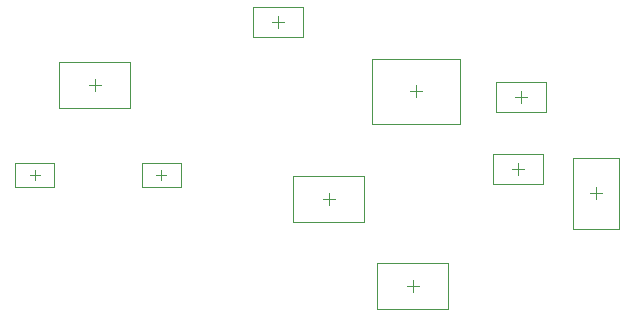
<source format=gbr>
G04*
G04 #@! TF.GenerationSoftware,Altium Limited,Altium Designer,24.9.1 (31)*
G04*
G04 Layer_Color=32768*
%FSLAX44Y44*%
%MOMM*%
G71*
G04*
G04 #@! TF.SameCoordinates,B653029B-541F-4617-83FB-ACABD9EDAD60*
G04*
G04*
G04 #@! TF.FilePolarity,Positive*
G04*
G01*
G75*
%ADD34C,0.1000*%
%ADD35C,0.0500*%
D34*
X572200Y810260D02*
X581200D01*
X576700Y805760D02*
Y814760D01*
X465400Y810260D02*
X474400D01*
X469900Y805760D02*
Y814760D01*
X713820Y789940D02*
X723820D01*
X718820Y784940D02*
Y794940D01*
X878840Y810340D02*
Y820340D01*
X873840Y815340D02*
X883840D01*
X944880Y790020D02*
Y800020D01*
X939880Y795020D02*
X949880D01*
X784940Y716280D02*
X794940D01*
X789940Y711280D02*
Y721280D01*
X675480Y934800D02*
Y944800D01*
X670480Y939800D02*
X680480D01*
X515700Y886460D02*
X525700D01*
X520700Y881460D02*
Y891460D01*
X881380Y871300D02*
Y881300D01*
X876380Y876300D02*
X886380D01*
X792480Y876380D02*
Y886380D01*
X787480Y881380D02*
X797480D01*
D35*
X560200Y800260D02*
Y820260D01*
X593200Y800260D02*
Y820260D01*
X560200D02*
X593200D01*
X560200Y800260D02*
X593200D01*
X453400D02*
Y820260D01*
X486400Y800260D02*
Y820260D01*
X453400D02*
X486400D01*
X453400Y800260D02*
X486400D01*
X748820Y770440D02*
Y809440D01*
X688820Y770440D02*
Y809440D01*
Y770440D02*
X748820D01*
X688820Y809440D02*
X748820D01*
X857840Y802840D02*
X899840D01*
X857840Y827840D02*
X899840D01*
Y802840D02*
Y827840D01*
X857840Y802840D02*
Y827840D01*
X925380Y765020D02*
X964380D01*
X925380Y825020D02*
X964380D01*
X925380Y765020D02*
Y825020D01*
X964380Y765020D02*
Y825020D01*
X819940Y696780D02*
Y735780D01*
X759940Y696780D02*
Y735780D01*
Y696780D02*
X819940D01*
X759940Y735780D02*
X819940D01*
X654480Y927300D02*
X696480D01*
X654480Y952300D02*
X696480D01*
Y927300D02*
Y952300D01*
X654480Y927300D02*
Y952300D01*
X490700Y866960D02*
Y905960D01*
X550700Y866960D02*
Y905960D01*
X490700D02*
X550700D01*
X490700Y866960D02*
X550700D01*
X860380Y888800D02*
X902380D01*
X860380Y863800D02*
X902380D01*
X860380D02*
Y888800D01*
X902380Y863800D02*
Y888800D01*
X755480Y853880D02*
X829480D01*
X755480Y908880D02*
X829480D01*
Y853880D02*
Y908880D01*
X755480Y853880D02*
Y908880D01*
M02*

</source>
